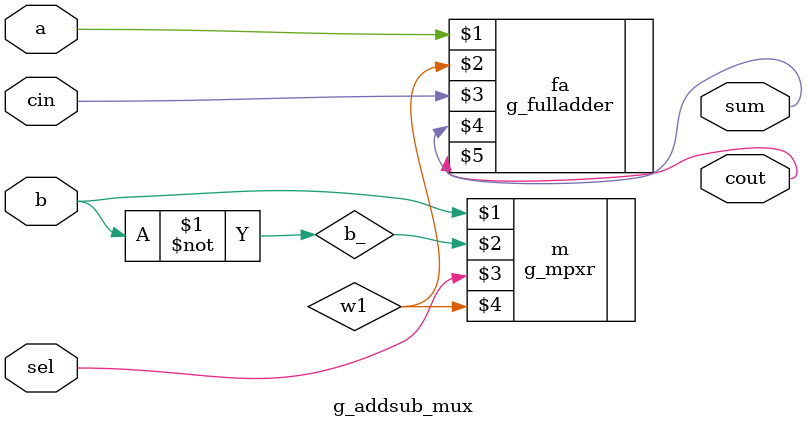
<source format=v>
module g_addsub_mux(a,b,cin,sel,sum,cout);
    input a,b,cin,sel;
    output sum,cout;

    wire b_,w1,w2;
    not(b_,b);
    g_mpxr m(b,b_,sel,w1);
    g_fulladder fa(a,w1,cin,sum,cout);
endmodule

</source>
